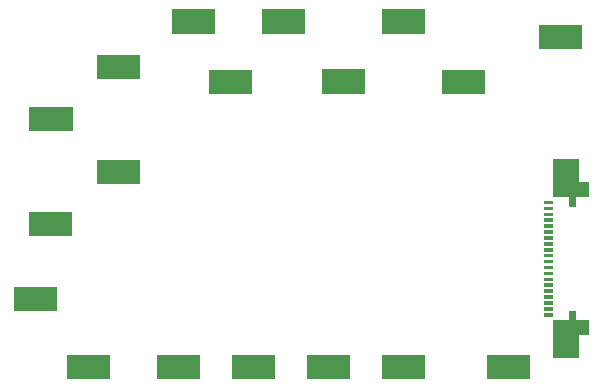
<source format=gbr>
G04 start of page 9 for group -4015 idx -4015 *
G04 Title: (unknown), toppaste *
G04 Creator: pcb 20110918 *
G04 CreationDate: Thu Aug 28 18:43:41 2014 UTC *
G04 For: fosse *
G04 Format: Gerber/RS-274X *
G04 PCB-Dimensions: 348000 372000 *
G04 PCB-Coordinate-Origin: lower left *
%MOIN*%
%FSLAX25Y25*%
%LNTOPPASTE*%
%ADD75R,0.0866X0.0866*%
%ADD74R,0.0236X0.0236*%
%ADD73R,0.0118X0.0118*%
%ADD72R,0.0335X0.0335*%
%ADD71R,0.0807X0.0807*%
G54D71*X315350Y298000D02*X321649D01*
G54D72*X326291Y247918D02*Y246146D01*
G54D73*X313397Y205300D02*X315365D01*
X313397Y207268D02*X315365D01*
X313397Y209237D02*X315365D01*
X313397Y211205D02*X315365D01*
X313397Y213174D02*X315365D01*
X313397Y215142D02*X315365D01*
X313397Y217111D02*X315365D01*
X313397Y219079D02*X315365D01*
X313397Y221048D02*X315365D01*
X313397Y223016D02*X315365D01*
X313397Y224985D02*X315365D01*
X313397Y226953D02*X315365D01*
X313397Y228922D02*X315365D01*
X313397Y230890D02*X315365D01*
X313397Y232859D02*X315365D01*
X313397Y234827D02*X315365D01*
G54D74*X322413Y205497D02*Y204709D01*
G54D72*X326291Y201855D02*Y200083D01*
G54D74*X322413Y243292D02*Y242504D01*
G54D73*X313397Y236796D02*X315365D01*
X313397Y242701D02*X315365D01*
X313397Y240733D02*X315365D01*
X313397Y238764D02*X315365D01*
G54D75*X320288Y199197D02*Y195260D01*
X320287Y252740D02*Y248803D01*
G54D71*X282850Y283000D02*X289149D01*
X262831Y303020D02*X269130D01*
X242831Y283020D02*X249130D01*
X222831Y303020D02*X229130D01*
X205350Y283000D02*X211649D01*
X192831Y303020D02*X199130D01*
X145350Y235500D02*X151649D01*
X167850Y253000D02*X174149D01*
X145370Y270480D02*X151669D01*
X167850Y288000D02*X174149D01*
X297850Y188000D02*X304149D01*
X157850D02*X164149D01*
X187850D02*X194149D01*
X212850D02*X219149D01*
X237850D02*X244149D01*
X262850D02*X269149D01*
X140350Y210500D02*X146649D01*
M02*

</source>
